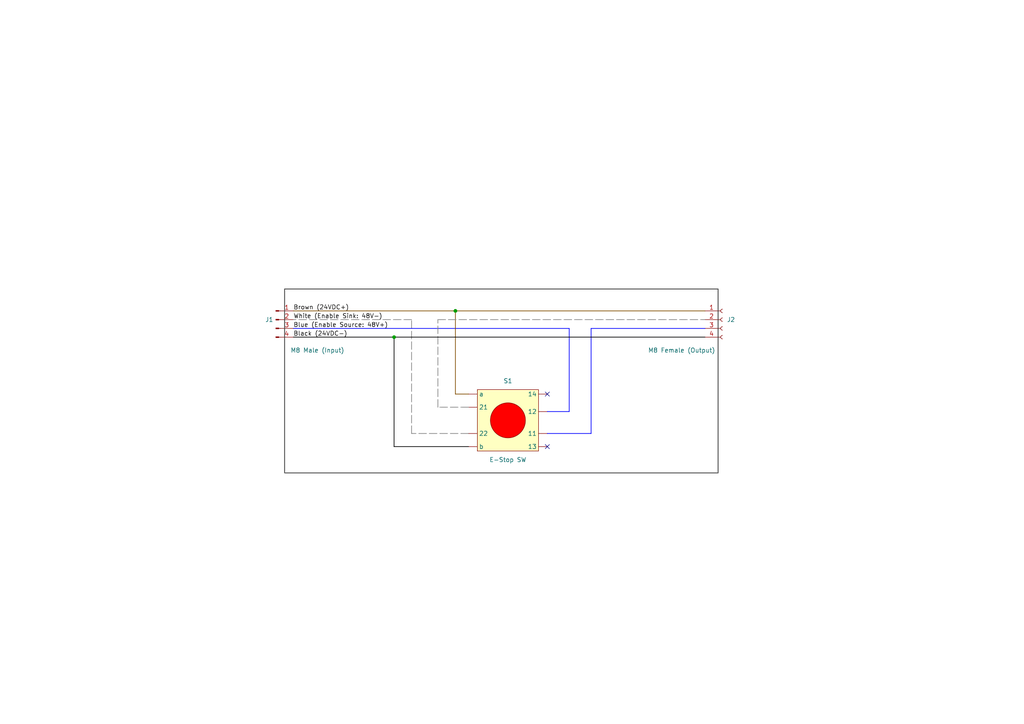
<source format=kicad_sch>
(kicad_sch (version 20231120) (generator "eeschema") (generator_version "8.0")
  (paper "A4")
  (lib_symbols
    (symbol "Connector:Conn_01x04_Pin" (pin_names (offset 1.016) hide)
      (property "Reference" "J" (at 0 5.08 0))
      (property "Value" "Conn_01x04_Pin" (at 0 -7.62 0))
      (symbol "Conn_01x04_Pin_1_1"
        (polyline (pts (xy 1.27 -5.08) (xy 0.8636 -5.08)) (stroke (width 0.1524)))
        (polyline (pts (xy 1.27 -2.54) (xy 0.8636 -2.54)) (stroke (width 0.1524)))
        (polyline (pts (xy 1.27 0) (xy 0.8636 0)) (stroke (width 0.1524)))
        (polyline (pts (xy 1.27 2.54) (xy 0.8636 2.54)) (stroke (width 0.1524)))
        (rectangle (start 0.8636 -4.953) (end 0 -5.207) (stroke (width 0.1524)) (fill (type outline)))
        (rectangle (start 0.8636 -2.413) (end 0 -2.667) (stroke (width 0.1524)) (fill (type outline)))
        (rectangle (start 0.8636 0.127) (end 0 -0.127) (stroke (width 0.1524)) (fill (type outline)))
        (rectangle (start 0.8636 2.667) (end 0 2.413) (stroke (width 0.1524)) (fill (type outline)))
        (pin passive line (at 5.08 2.54 180) (length 3.81) (name "Pin_1") (number "1"))
        (pin passive line (at 5.08 0 180) (length 3.81) (name "Pin_2") (number "2"))
        (pin passive line (at 5.08 -2.54 180) (length 3.81) (name "Pin_3") (number "3"))
        (pin passive line (at 5.08 -5.08 180) (length 3.81) (name "Pin_4") (number "4"))
      )
    )
    (symbol "Connector:Conn_01x04_Socket" (pin_names (offset 1.016) hide)
      (property "Reference" "J" (at 0 5.08 0))
      (property "Value" "Conn_01x04_Socket" (at 0 -7.62 0))
      (symbol "Conn_01x04_Socket_1_1"
        (arc (start 0 -4.572) (mid -0.5058 -5.08) (end 0 -5.588) (stroke (width 0.1524)))
        (arc (start 0 -2.032) (mid -0.5058 -2.54) (end 0 -3.048) (stroke (width 0.1524)))
        (polyline (pts (xy -1.27 -5.08) (xy -0.508 -5.08)) (stroke (width 0.1524)))
        (polyline (pts (xy -1.27 -2.54) (xy -0.508 -2.54)) (stroke (width 0.1524)))
        (polyline (pts (xy -1.27 0) (xy -0.508 0)) (stroke (width 0.1524)))
        (polyline (pts (xy -1.27 2.54) (xy -0.508 2.54)) (stroke (width 0.1524)))
        (arc (start 0 0.508) (mid -0.5058 0) (end 0 -0.508) (stroke (width 0.1524)))
        (arc (start 0 3.048) (mid -0.5058 2.54) (end 0 2.032) (stroke (width 0.1524)))
        (pin passive line (at -5.08 2.54 0) (length 3.81) (name "Pin_1") (number "1"))
        (pin passive line (at -5.08 0 0) (length 3.81) (name "Pin_2") (number "2"))
        (pin passive line (at -5.08 -2.54 0) (length 3.81) (name "Pin_3") (number "3"))
        (pin passive line (at -5.08 -5.08 0) (length 3.81) (name "Pin_4") (number "4"))
      )
    )
    (symbol "PSA:AR22VQL"
      (property "Reference" "S" (at 0 11.43 0))
      (symbol "AR22VQL_1_1"
        (rectangle (start -8.89 8.89) (end 8.89 -8.89) (fill (type background)))
        (circle (center 0 0) (radius 5.08) (fill (type color) (color 255 0 0 1)))
        (pin input line (at -3.81 -11.43 90) (length 2.54) (name "11") (number ""))
        (pin input line (at 2.54 -11.43 90) (length 2.54) (name "12") (number ""))
        (pin input line (at -7.62 -11.43 90) (length 2.54) (name "13") (number ""))
        (pin input line (at 7.62 -11.43 90) (length 2.54) (name "14") (number ""))
        (pin input line (at 3.81 11.43 270) (length 2.54) (name "21") (number ""))
        (pin input line (at -3.81 11.43 270) (length 2.54) (name "22") (number ""))
        (pin input line (at 7.62 11.43 270) (length 2.54) (name "a") (number ""))
        (pin input line (at -7.62 11.43 270) (length 2.54) (name "b") (number ""))
      )
    )
  )
  (junction (at 114.3 97.79))
  (junction (at 132.08 90.17))
  (no_connect (at 158.75 114.3))
  (no_connect (at 158.75 129.54))
  (wire (pts (xy 127 118.11) (xy 127 92.71)) (stroke (width 0.2032) (type dash) (color 132 132 132 1)))
  (wire (pts (xy 85.09 90.17) (xy 132.08 90.17)) (stroke (width 0.2032) (color 128 77 0 1)))
  (wire (pts (xy 171.45 125.73) (xy 171.45 95.25)) (stroke (width 0.2032) (color 0 0 255 1)))
  (wire (pts (xy 119.38 125.73) (xy 119.38 92.71)) (stroke (width 0.2032) (type dash) (color 132 132 132 1)))
  (wire (pts (xy 114.3 129.54) (xy 114.3 97.79)) (stroke (width 0.2032) (color 0 0 0 1)))
  (wire (pts (xy 127 92.71) (xy 204.47 92.71)) (stroke (width 0.2032) (type dash) (color 132 132 132 1)))
  (wire (pts (xy 85.09 95.25) (xy 165.1 95.25)) (stroke (width 0.2032) (color 0 0 255 1)))
  (wire (pts (xy 135.89 118.11) (xy 127 118.11)) (stroke (width 0.2032) (type dash) (color 132 132 132 1)))
  (wire (pts (xy 165.1 95.25) (xy 165.1 119.38)) (stroke (width 0.2032) (color 0 0 255 1)))
  (wire (pts (xy 135.89 129.54) (xy 114.3 129.54)) (stroke (width 0.2032) (color 0 0 0 1)))
  (wire (pts (xy 114.3 97.79) (xy 204.47 97.79)) (stroke (width 0.2032) (color 0 0 0 1)))
  (wire (pts (xy 158.75 125.73) (xy 171.45 125.73)) (stroke (width 0.2032) (color 0 0 255 1)))
  (wire (pts (xy 165.1 119.38) (xy 158.75 119.38)) (stroke (width 0.2032) (color 0 0 255 1)))
  (wire (pts (xy 171.45 95.25) (xy 204.47 95.25)) (stroke (width 0.2032) (color 0 0 255 1)))
  (wire (pts (xy 132.08 114.3) (xy 135.89 114.3)) (stroke (width 0.2032) (color 128 77 0 1)))
  (wire (pts (xy 135.89 125.73) (xy 119.38 125.73)) (stroke (width 0.2032) (type dash) (color 132 132 132 1)))
  (wire (pts (xy 132.08 90.17) (xy 132.08 114.3)) (stroke (width 0.2032) (color 128 77 0 1)))
  (wire (pts (xy 119.38 92.71) (xy 85.09 92.71)) (stroke (width 0.2032) (type dash) (color 132 132 132 1)))
  (wire (pts (xy 132.08 90.17) (xy 204.47 90.17)) (stroke (width 0.2032) (color 128 77 0 1)))
  (wire (pts (xy 85.09 97.79) (xy 114.3 97.79)) (stroke (width 0.2032) (color 0 0 0 1)))
  (rectangle (start 82.55 83.82) (end 208.28 137.16) (stroke (width 0.254) (color 72 72 72 1)))
  (label "White (Enable Sink: 48V-)" (at 85.09 92.71 0))
  (label "Brown (24VDC+)" (at 85.09 90.17 0))
  (label "Black (24VDC-)" (at 85.09 97.79 0))
  (label "Blue (Enable Source: 48V+)" (at 85.09 95.25 0))
  (symbol (lib_id "Connector:Conn_01x04_Pin") (at 80.01 92.71 0) (unit 1)
    (property "Reference" "J1" (at 78.105 92.71 0))
    (property "Value" "M8 Male (Input)" (at 92.075 101.6 0))
    (property "Description" "Generic connector, single row, 01x04, script generated" (effects (hide yes)))
  )
  (symbol (lib_id "PSA:AR22VQL") (at 147.32 121.92 90) (unit 1)
    (property "Reference" "S1" (at 147.32 110.49 90))
    (property "Value" "E-Stop SW" (at 147.32 133.35 90))
  )
  (symbol (lib_id "Connector:Conn_01x04_Socket") (at 209.55 92.71 0) (unit 1)
    (property "Reference" "J2" (at 210.82 92.7099 0) (effects (justify left)))
    (property "Value" "M8 Female (Output)" (at 187.96 101.5999 0) (effects (justify left)))
    (property "Description" "Generic connector, single row, 01x04, script generated" (effects (hide yes)))
  )
)
</source>
